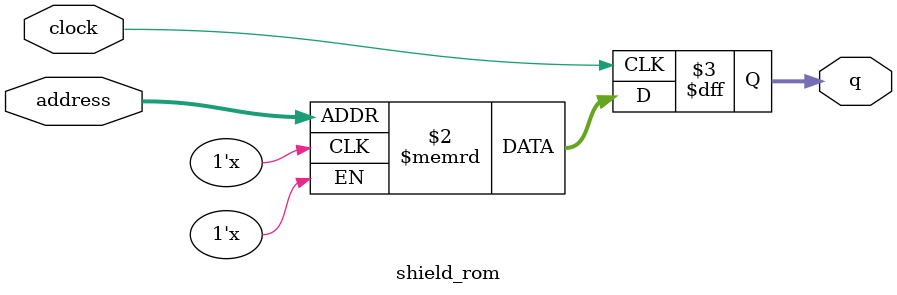
<source format=sv>
module shield_rom (
	input logic clock,
	input logic [9:0] address,
	output logic [7:0] q
);

logic [7:0] memory [0:1023] /* synthesis ram_init_file = "./shield/shield.mif" */;

always_ff @ (posedge clock) begin
	q <= memory[address];
end

endmodule

</source>
